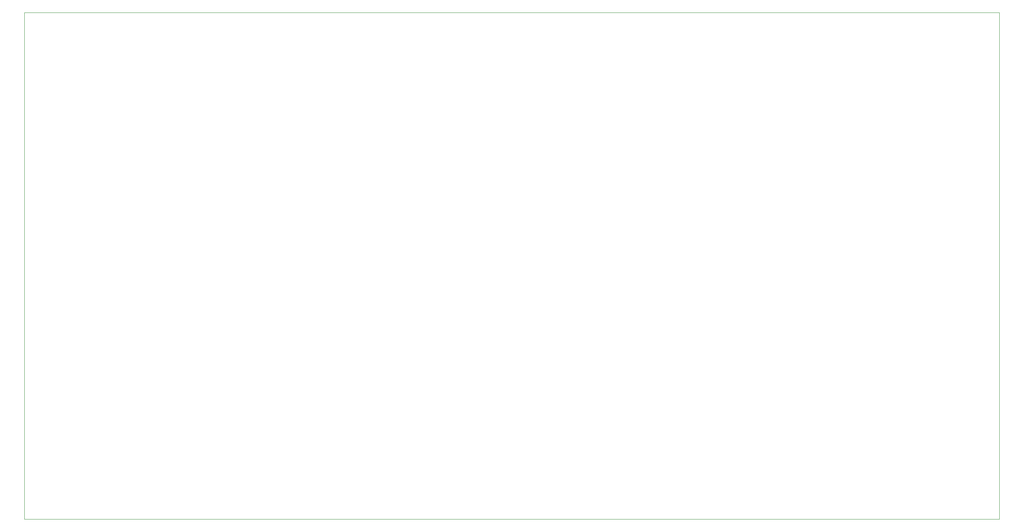
<source format=gbr>
G04 #@! TF.GenerationSoftware,KiCad,Pcbnew,(5.1.4)-1*
G04 #@! TF.CreationDate,2020-10-11T11:48:53+02:00*
G04 #@! TF.ProjectId,junior-computer,6a756e69-6f72-42d6-936f-6d7075746572,rev?*
G04 #@! TF.SameCoordinates,Original*
G04 #@! TF.FileFunction,Profile,NP*
%FSLAX46Y46*%
G04 Gerber Fmt 4.6, Leading zero omitted, Abs format (unit mm)*
G04 Created by KiCad (PCBNEW (5.1.4)-1) date 2020-10-11 11:48:53*
%MOMM*%
%LPD*%
G04 APERTURE LIST*
%ADD10C,0.050000*%
G04 APERTURE END LIST*
D10*
X25400000Y-27940000D02*
X25400000Y-140970000D01*
X242570000Y-27940000D02*
X25400000Y-27940000D01*
X242570000Y-140970000D02*
X242570000Y-27940000D01*
X25400000Y-140970000D02*
X242570000Y-140970000D01*
M02*

</source>
